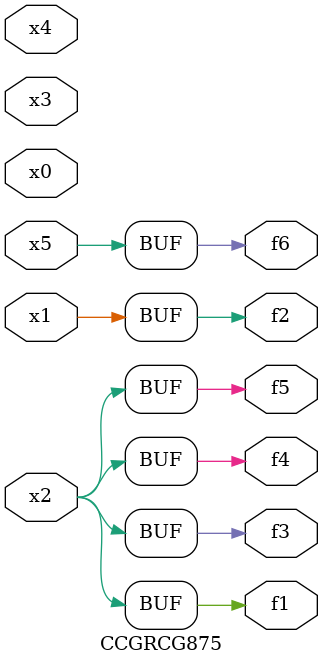
<source format=v>
module CCGRCG875(
	input x0, x1, x2, x3, x4, x5,
	output f1, f2, f3, f4, f5, f6
);
	assign f1 = x2;
	assign f2 = x1;
	assign f3 = x2;
	assign f4 = x2;
	assign f5 = x2;
	assign f6 = x5;
endmodule

</source>
